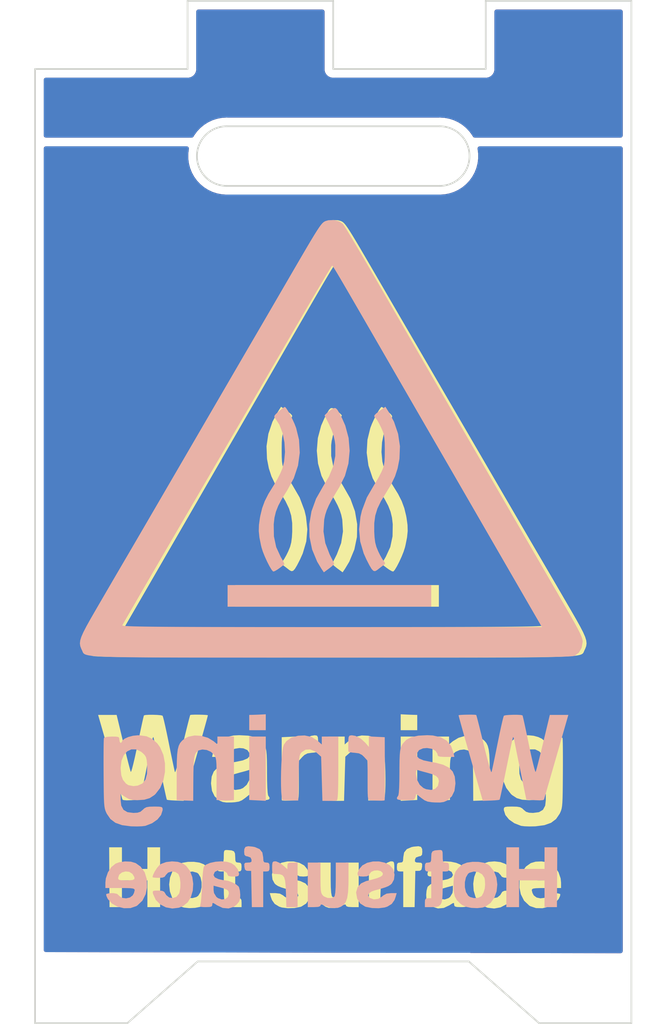
<source format=kicad_pcb>
(kicad_pcb (version 20210623) (generator pcbnew)
  (layers (0 "F.Cu" signal) (31 "B.Cu" signal) (34 "B.Paste" user) (35 "F.Paste" user) (36 "B.SilkS" user "B.Silkscreen") (37 "F.SilkS" user "F.Silkscreen") (38 "B.Mask" user) (39 "F.Mask" user) (44 "Edge.Cuts" user))
  (net 0 "")
  (footprint "LOGO" (layer "F.Cu") (at 147.066 105.537)
    (fp_text reference "G***" hide)
    (fp_text value "LOGO" hide)
  )
  (footprint "LOGO" (layer "B.Cu") (at 147.066 105.537 180)
    (fp_text reference "G***" hide)
    (fp_text value "LOGO" hide)
  )
  (gr_arc (start 153.315999 80.583691) (end 153.316 82.333691) (angle -180.0000614) (layer "Edge.Cuts") (width 0.1))
  (gr_arc (start 140.816001 80.583691) (end 140.816002 78.833691) (angle -180.0000614) (layer "Edge.Cuts") (width 0.1))
  (gr_line (start 139.109335 127.850191) (end 134.980622 131.473) (layer "Edge.Cuts") (width 0.1))
  (gr_line (start 164.566 71.473001) (end 164.566 131.473) (layer "Edge.Cuts") (width 0.1))
  (gr_line (start 147.066 71.473) (end 147.066 75.473) (layer "Edge.Cuts") (width 0.1))
  (gr_line (start 156.015999 75.473) (end 156.015999 71.473001) (layer "Edge.Cuts") (width 0.1))
  (gr_line (start 159.151378 131.473) (end 155.022665 127.850191) (layer "Edge.Cuts") (width 0.1))
  (gr_line (start 164.566 131.473) (end 159.151378 131.473) (layer "Edge.Cuts") (width 0.1))
  (gr_line (start 138.516 75.473001) (end 138.516 71.473001) (layer "Edge.Cuts") (width 0.1))
  (gr_line (start 147.066 75.473) (end 156.015999 75.473) (layer "Edge.Cuts") (width 0.1))
  (gr_line (start 140.816 82.333691) (end 153.316 82.333691) (layer "Edge.Cuts") (width 0.1))
  (gr_line (start 156.015999 71.473001) (end 164.566 71.473001) (layer "Edge.Cuts") (width 0.1))
  (gr_line (start 138.516 71.473001) (end 147.066 71.473) (layer "Edge.Cuts") (width 0.1))
  (gr_line (start 134.980622 131.473) (end 129.566 131.473) (layer "Edge.Cuts") (width 0.1))
  (gr_line (start 129.566 75.473) (end 138.516 75.473001) (layer "Edge.Cuts") (width 0.1))
  (gr_line (start 155.022665 127.850191) (end 139.109335 127.850191) (layer "Edge.Cuts") (width 0.1))
  (gr_line (start 129.566 131.473) (end 129.566 75.473) (layer "Edge.Cuts") (width 0.1))
  (gr_line (start 153.315998 78.833691) (end 140.816002 78.833691) (layer "Edge.Cuts") (width 0.1))
  (zone (net 0) (net_name "") (layers F&B.Cu) (connect_pads (clearance 0.508)) (min_thickness 0.254) (fill yes (thermal_gap 0.508) (thermal_bridge_width 0.508))
    (polygon (pts (xy 166.4208 127.373649) (xy 127.508 127.297449) (xy 127.508 80.01) (xy 166.4208 80.01)))
  )
  (zone (net 0) (net_name "") (layers F&B.Cu) (connect_pads (clearance 0.508)) (min_thickness 0.254) (fill yes (thermal_gap 0.508) (thermal_bridge_width 0.508))
    (polygon (pts (xy 165.8112 79.502) (xy 127.889 79.502) (xy 127.889 71.4756) (xy 165.8112 71.4756)))
  )
)
</source>
